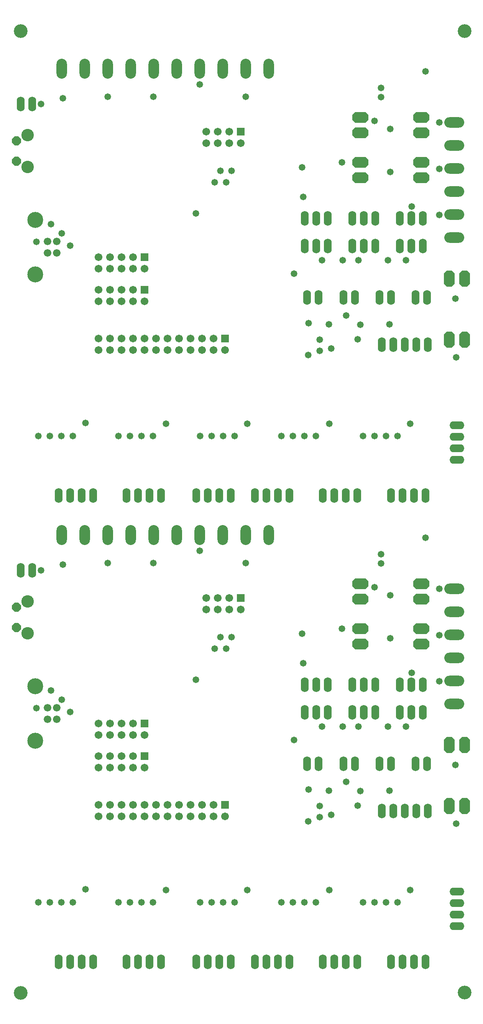
<source format=gbs>
G04 Layer_Color=16711935*
%FSLAX24Y24*%
%MOIN*%
G70*
G01*
G75*
%ADD92C,0.0580*%
G04:AMPARAMS|DCode=192|XSize=118.7mil|YSize=118.7mil|CornerRadius=59.4mil|HoleSize=0mil|Usage=FLASHONLY|Rotation=90.000|XOffset=0mil|YOffset=0mil|HoleType=Round|Shape=RoundedRectangle|*
%AMROUNDEDRECTD192*
21,1,0.1187,0.0000,0,0,90.0*
21,1,0.0000,0.1187,0,0,90.0*
1,1,0.1187,0.0000,0.0000*
1,1,0.1187,0.0000,0.0000*
1,1,0.1187,0.0000,0.0000*
1,1,0.1187,0.0000,0.0000*
%
%ADD192ROUNDEDRECTD192*%
%ADD244R,0.0671X0.0671*%
%ADD245C,0.0671*%
%ADD246O,0.1280X0.0680*%
%ADD247O,0.1730X0.0905*%
%ADD248P,0.0844X8X292.5*%
%ADD249C,0.1080*%
%ADD250O,0.0680X0.1280*%
%ADD251C,0.0660*%
%ADD252C,0.1385*%
G04:AMPARAMS|DCode=253|XSize=141mil|YSize=91mil|CornerRadius=0mil|HoleSize=0mil|Usage=FLASHONLY|Rotation=270.000|XOffset=0mil|YOffset=0mil|HoleType=Round|Shape=Octagon|*
%AMOCTAGOND253*
4,1,8,-0.0228,-0.0705,0.0228,-0.0705,0.0455,-0.0478,0.0455,0.0478,0.0228,0.0705,-0.0228,0.0705,-0.0455,0.0478,-0.0455,-0.0478,-0.0228,-0.0705,0.0*
%
%ADD253OCTAGOND253*%

G04:AMPARAMS|DCode=254|XSize=141mil|YSize=91mil|CornerRadius=0mil|HoleSize=0mil|Usage=FLASHONLY|Rotation=180.000|XOffset=0mil|YOffset=0mil|HoleType=Round|Shape=Octagon|*
%AMOCTAGOND254*
4,1,8,-0.0705,0.0228,-0.0705,-0.0228,-0.0478,-0.0455,0.0478,-0.0455,0.0705,-0.0228,0.0705,0.0228,0.0478,0.0455,-0.0478,0.0455,-0.0705,0.0228,0.0*
%
%ADD254OCTAGOND254*%

%ADD255O,0.0905X0.1730*%
D92*
X35947Y32098D02*
D03*
Y35839D02*
D03*
X41596Y21094D02*
D03*
X5179Y26035D02*
D03*
X8102Y25701D02*
D03*
X19371Y39711D02*
D03*
X41665Y15996D02*
D03*
X40189Y28381D02*
D03*
X31721Y32941D02*
D03*
X40189Y32374D02*
D03*
X34581Y36531D02*
D03*
X40189Y36386D02*
D03*
X5551Y38011D02*
D03*
X28260Y32512D02*
D03*
X39011Y40841D02*
D03*
X28811Y16216D02*
D03*
X33112Y17571D02*
D03*
X23501Y10231D02*
D03*
X30611Y18871D02*
D03*
X28831Y18951D02*
D03*
X29811Y17531D02*
D03*
X30811Y16751D02*
D03*
X32111Y19621D02*
D03*
X30001Y24441D02*
D03*
X33171D02*
D03*
X37291D02*
D03*
X27581Y23261D02*
D03*
X31801Y24441D02*
D03*
X35741D02*
D03*
X7461Y38511D02*
D03*
X11361Y38621D02*
D03*
X15331D02*
D03*
X23351D02*
D03*
X9431Y10291D02*
D03*
X16421Y10241D02*
D03*
X30631D02*
D03*
X37681D02*
D03*
X33321Y18831D02*
D03*
X35851Y18861D02*
D03*
X37787Y29106D02*
D03*
X20396Y9181D02*
D03*
X19396D02*
D03*
X22396D02*
D03*
X21396D02*
D03*
X5337D02*
D03*
X12305D02*
D03*
X26482D02*
D03*
X33571D02*
D03*
X6337D02*
D03*
X13305D02*
D03*
X27482D02*
D03*
X34571D02*
D03*
X8337D02*
D03*
X15305D02*
D03*
X29482D02*
D03*
X36571D02*
D03*
X7337D02*
D03*
X14305D02*
D03*
X28482D02*
D03*
X35571D02*
D03*
X28368Y29943D02*
D03*
X6421Y27551D02*
D03*
X7381Y26761D02*
D03*
X19021Y28491D02*
D03*
X22141Y32191D02*
D03*
X21651Y31191D02*
D03*
X21151Y32191D02*
D03*
X20651Y31191D02*
D03*
X29811Y16561D02*
D03*
X35947Y72598D02*
D03*
Y76339D02*
D03*
X41596Y61594D02*
D03*
X5179Y66535D02*
D03*
X8102Y66201D02*
D03*
X19371Y80211D02*
D03*
X41665Y56496D02*
D03*
X40189Y68881D02*
D03*
X31721Y73441D02*
D03*
X40189Y72874D02*
D03*
X34581Y77031D02*
D03*
X40189Y76886D02*
D03*
X5551Y78511D02*
D03*
X28260Y73012D02*
D03*
X39011Y81341D02*
D03*
X28811Y56716D02*
D03*
X33112Y58071D02*
D03*
X23501Y50731D02*
D03*
X30611Y59371D02*
D03*
X28831Y59451D02*
D03*
X29811Y58031D02*
D03*
X30811Y57251D02*
D03*
X32111Y60121D02*
D03*
X30001Y64941D02*
D03*
X33171D02*
D03*
X37291D02*
D03*
X27581Y63761D02*
D03*
X31801Y64941D02*
D03*
X35741D02*
D03*
X7461Y79011D02*
D03*
X11361Y79121D02*
D03*
X15331D02*
D03*
X23351D02*
D03*
X9431Y50791D02*
D03*
X16421Y50741D02*
D03*
X30631D02*
D03*
X37681D02*
D03*
X33321Y59331D02*
D03*
X35851Y59361D02*
D03*
X37787Y69606D02*
D03*
X20396Y49681D02*
D03*
X19396D02*
D03*
X22396D02*
D03*
X21396D02*
D03*
X5337D02*
D03*
X12305D02*
D03*
X26482D02*
D03*
X33571D02*
D03*
X6337D02*
D03*
X13305D02*
D03*
X27482D02*
D03*
X34571D02*
D03*
X8337D02*
D03*
X15305D02*
D03*
X29482D02*
D03*
X36571D02*
D03*
X7337D02*
D03*
X14305D02*
D03*
X28482D02*
D03*
X35571D02*
D03*
X28368Y70443D02*
D03*
X6421Y68051D02*
D03*
X7381Y67261D02*
D03*
X19021Y68991D02*
D03*
X22141Y72691D02*
D03*
X21651Y71691D02*
D03*
X21151Y72691D02*
D03*
X20651Y71691D02*
D03*
X29811Y57061D02*
D03*
X35120Y38614D02*
D03*
X35140Y39411D02*
D03*
X35120Y79114D02*
D03*
X35140Y79911D02*
D03*
D192*
X3811Y1311D02*
D03*
X42400Y1341D02*
D03*
Y84819D02*
D03*
X3811D02*
D03*
D244*
X14571Y24711D02*
D03*
Y21861D02*
D03*
X21571Y17621D02*
D03*
X22941Y35591D02*
D03*
X14571Y65211D02*
D03*
Y62361D02*
D03*
X21571Y58121D02*
D03*
X22941Y76091D02*
D03*
D245*
X14571Y23711D02*
D03*
X13571Y24711D02*
D03*
Y23711D02*
D03*
X12571Y24711D02*
D03*
Y23711D02*
D03*
X11571Y24711D02*
D03*
Y23711D02*
D03*
X10571Y24711D02*
D03*
Y23711D02*
D03*
X14571Y20861D02*
D03*
X13571Y21861D02*
D03*
Y20861D02*
D03*
X12571Y21861D02*
D03*
Y20861D02*
D03*
X11571Y21861D02*
D03*
Y20861D02*
D03*
X10571Y21861D02*
D03*
Y20861D02*
D03*
Y16621D02*
D03*
Y17621D02*
D03*
X11571Y16621D02*
D03*
Y17621D02*
D03*
X12571Y16621D02*
D03*
Y17621D02*
D03*
X13571Y16621D02*
D03*
Y17621D02*
D03*
X14571Y16621D02*
D03*
Y17621D02*
D03*
X15571Y16621D02*
D03*
Y17621D02*
D03*
X16571Y16621D02*
D03*
Y17621D02*
D03*
X17571Y16621D02*
D03*
Y17621D02*
D03*
X18571Y16621D02*
D03*
Y17621D02*
D03*
X19571Y16621D02*
D03*
Y17621D02*
D03*
X20571Y16621D02*
D03*
Y17621D02*
D03*
X21571Y16621D02*
D03*
X22941Y34591D02*
D03*
X21941Y35591D02*
D03*
Y34591D02*
D03*
X20941Y35591D02*
D03*
Y34591D02*
D03*
X19941Y35591D02*
D03*
Y34591D02*
D03*
X14571Y64211D02*
D03*
X13571Y65211D02*
D03*
Y64211D02*
D03*
X12571Y65211D02*
D03*
Y64211D02*
D03*
X11571Y65211D02*
D03*
Y64211D02*
D03*
X10571Y65211D02*
D03*
Y64211D02*
D03*
X14571Y61361D02*
D03*
X13571Y62361D02*
D03*
Y61361D02*
D03*
X12571Y62361D02*
D03*
Y61361D02*
D03*
X11571Y62361D02*
D03*
Y61361D02*
D03*
X10571Y62361D02*
D03*
Y61361D02*
D03*
Y57121D02*
D03*
Y58121D02*
D03*
X11571Y57121D02*
D03*
Y58121D02*
D03*
X12571Y57121D02*
D03*
Y58121D02*
D03*
X13571Y57121D02*
D03*
Y58121D02*
D03*
X14571Y57121D02*
D03*
Y58121D02*
D03*
X15571Y57121D02*
D03*
Y58121D02*
D03*
X16571Y57121D02*
D03*
Y58121D02*
D03*
X17571Y57121D02*
D03*
Y58121D02*
D03*
X18571Y57121D02*
D03*
Y58121D02*
D03*
X19571Y57121D02*
D03*
Y58121D02*
D03*
X20571Y57121D02*
D03*
Y58121D02*
D03*
X21571Y57121D02*
D03*
X22941Y75091D02*
D03*
X21941Y76091D02*
D03*
Y75091D02*
D03*
X20941Y76091D02*
D03*
Y75091D02*
D03*
X19941Y76091D02*
D03*
Y75091D02*
D03*
D246*
X41741Y7111D02*
D03*
Y8111D02*
D03*
Y9111D02*
D03*
Y10111D02*
D03*
Y47611D02*
D03*
Y48611D02*
D03*
Y49611D02*
D03*
Y50611D02*
D03*
D247*
X41511Y26386D02*
D03*
Y28386D02*
D03*
Y30386D02*
D03*
Y36386D02*
D03*
Y34386D02*
D03*
Y32386D02*
D03*
Y66886D02*
D03*
Y68886D02*
D03*
Y70886D02*
D03*
Y76886D02*
D03*
Y74886D02*
D03*
Y72886D02*
D03*
D248*
X3421Y34801D02*
D03*
Y33021D02*
D03*
Y75301D02*
D03*
Y73521D02*
D03*
D249*
X4401Y35291D02*
D03*
Y32531D02*
D03*
Y75791D02*
D03*
Y73031D02*
D03*
D250*
X36011Y4011D02*
D03*
X37011D02*
D03*
X38011D02*
D03*
X39011D02*
D03*
X30061D02*
D03*
X31061D02*
D03*
X32061D02*
D03*
X33061D02*
D03*
X13011D02*
D03*
X14011D02*
D03*
X15011D02*
D03*
X16011D02*
D03*
X7111D02*
D03*
X8111D02*
D03*
X9111D02*
D03*
X10111D02*
D03*
X39141Y21191D02*
D03*
X38141D02*
D03*
X36011D02*
D03*
X35011D02*
D03*
X32861D02*
D03*
X31861D02*
D03*
X29691D02*
D03*
X28691D02*
D03*
X22061Y4011D02*
D03*
X21061D02*
D03*
X20061D02*
D03*
X19061D02*
D03*
X27161D02*
D03*
X26161D02*
D03*
X25161D02*
D03*
X24161D02*
D03*
X28511Y25651D02*
D03*
X29511D02*
D03*
X30511D02*
D03*
X34646D02*
D03*
X33646D02*
D03*
X32646D02*
D03*
X36781D02*
D03*
X37781D02*
D03*
X38781D02*
D03*
X28511Y28051D02*
D03*
X29511D02*
D03*
X30511D02*
D03*
X38781D02*
D03*
X37781D02*
D03*
X36781D02*
D03*
X32646D02*
D03*
X33646D02*
D03*
X34646D02*
D03*
X4801Y38011D02*
D03*
X3801D02*
D03*
X39211Y17111D02*
D03*
X35211D02*
D03*
X36211D02*
D03*
X37211D02*
D03*
X38211D02*
D03*
X36011Y44511D02*
D03*
X37011D02*
D03*
X38011D02*
D03*
X39011D02*
D03*
X30061D02*
D03*
X31061D02*
D03*
X32061D02*
D03*
X33061D02*
D03*
X13011D02*
D03*
X14011D02*
D03*
X15011D02*
D03*
X16011D02*
D03*
X7111D02*
D03*
X8111D02*
D03*
X9111D02*
D03*
X10111D02*
D03*
X39141Y61691D02*
D03*
X38141D02*
D03*
X36011D02*
D03*
X35011D02*
D03*
X32861D02*
D03*
X31861D02*
D03*
X29691D02*
D03*
X28691D02*
D03*
X22061Y44511D02*
D03*
X21061D02*
D03*
X20061D02*
D03*
X19061D02*
D03*
X27161D02*
D03*
X26161D02*
D03*
X25161D02*
D03*
X24161D02*
D03*
X28511Y66151D02*
D03*
X29511D02*
D03*
X30511D02*
D03*
X34646D02*
D03*
X33646D02*
D03*
X32646D02*
D03*
X36781D02*
D03*
X37781D02*
D03*
X38781D02*
D03*
X28511Y68551D02*
D03*
X29511D02*
D03*
X30511D02*
D03*
X38781D02*
D03*
X37781D02*
D03*
X36781D02*
D03*
X32646D02*
D03*
X33646D02*
D03*
X34646D02*
D03*
X4801Y78511D02*
D03*
X3801D02*
D03*
X39211Y57611D02*
D03*
X35211D02*
D03*
X36211D02*
D03*
X37211D02*
D03*
X38211D02*
D03*
D251*
X6921Y25061D02*
D03*
Y26053D02*
D03*
X6131D02*
D03*
Y25061D02*
D03*
X6921Y65561D02*
D03*
Y66553D02*
D03*
X6131D02*
D03*
Y65561D02*
D03*
D252*
X5061Y27923D02*
D03*
Y23191D02*
D03*
Y68423D02*
D03*
Y63691D02*
D03*
D253*
X42404Y17549D02*
D03*
X41064D02*
D03*
Y22849D02*
D03*
X42404D02*
D03*
Y58049D02*
D03*
X41064D02*
D03*
Y63349D02*
D03*
X42404D02*
D03*
D254*
X38621Y31591D02*
D03*
Y32931D02*
D03*
X33321D02*
D03*
Y31591D02*
D03*
X38621Y35491D02*
D03*
Y36831D02*
D03*
X33321D02*
D03*
Y35491D02*
D03*
X38621Y72091D02*
D03*
Y73431D02*
D03*
X33321D02*
D03*
Y72091D02*
D03*
X38621Y75991D02*
D03*
Y77331D02*
D03*
X33321D02*
D03*
Y75991D02*
D03*
D255*
X25361Y41081D02*
D03*
X23361D02*
D03*
X21361D02*
D03*
X19361D02*
D03*
X17361D02*
D03*
X15361D02*
D03*
X13361D02*
D03*
X11361D02*
D03*
X9361D02*
D03*
X7361D02*
D03*
X25361Y81581D02*
D03*
X23361D02*
D03*
X21361D02*
D03*
X19361D02*
D03*
X17361D02*
D03*
X15361D02*
D03*
X13361D02*
D03*
X11361D02*
D03*
X9361D02*
D03*
X7361D02*
D03*
M02*

</source>
